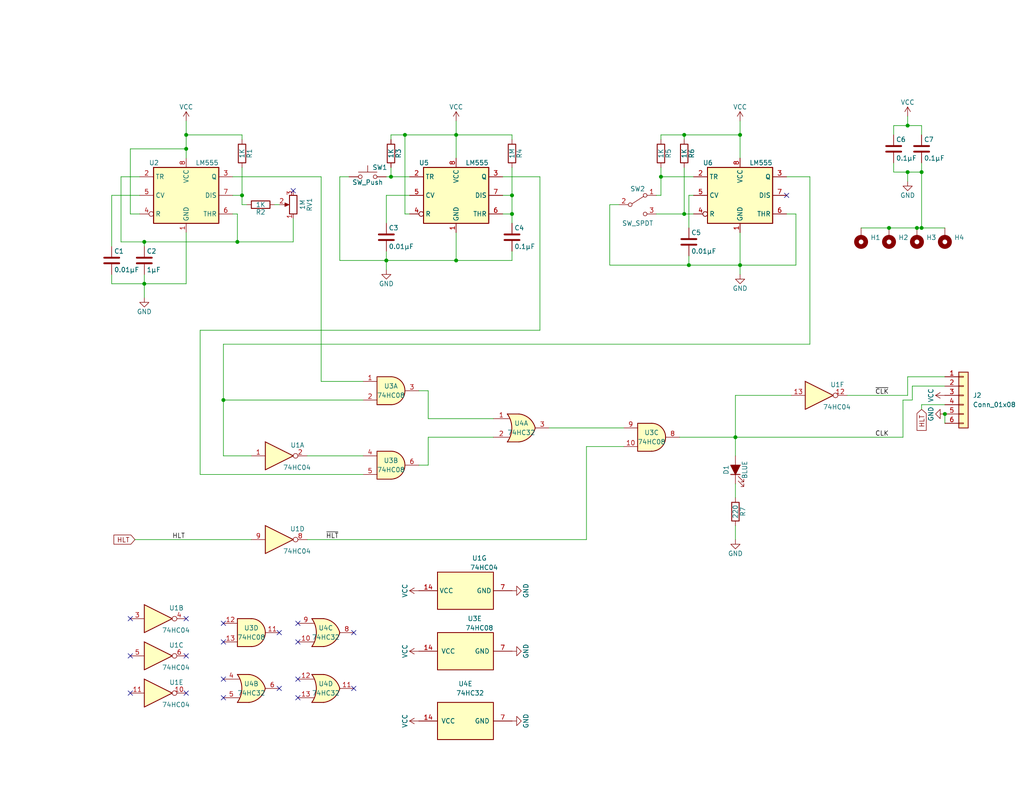
<source format=kicad_sch>
(kicad_sch (version 20211123) (generator eeschema)
  (paper "USLetter")
  (lib_symbols
    (symbol "74xx:74LS04"
      (property "Reference" "U" (at 0 1.27 0))
      (property "Value" "74LS04" (at 0 -1.27 0))
      (symbol "74LS04_1_0"
        (polyline (pts (xy -3.81 3.81) (xy -3.81 -3.81) (xy 3.81 0) (xy -3.81 3.81)) (stroke (width 0.254)) (fill (type background)))
        (pin input line (at -7.62 0 0) (length 3.81) (name "~") (number "1"))
        (pin output inverted (at 7.62 0 180) (length 3.81) (name "~") (number "2"))
      )
      (symbol "74LS04_2_0"
        (polyline (pts (xy -3.81 3.81) (xy -3.81 -3.81) (xy 3.81 0) (xy -3.81 3.81)) (stroke (width 0.254)) (fill (type background)))
        (pin input line (at -7.62 0 0) (length 3.81) (name "~") (number "3"))
        (pin output inverted (at 7.62 0 180) (length 3.81) (name "~") (number "4"))
      )
      (symbol "74LS04_3_0"
        (polyline (pts (xy -3.81 3.81) (xy -3.81 -3.81) (xy 3.81 0) (xy -3.81 3.81)) (stroke (width 0.254)) (fill (type background)))
        (pin input line (at -7.62 0 0) (length 3.81) (name "~") (number "5"))
        (pin output inverted (at 7.62 0 180) (length 3.81) (name "~") (number "6"))
      )
      (symbol "74LS04_4_0"
        (polyline (pts (xy -3.81 3.81) (xy -3.81 -3.81) (xy 3.81 0) (xy -3.81 3.81)) (stroke (width 0.254)) (fill (type background)))
        (pin output inverted (at 7.62 0 180) (length 3.81) (name "~") (number "8"))
        (pin input line (at -7.62 0 0) (length 3.81) (name "~") (number "9"))
      )
      (symbol "74LS04_5_0"
        (polyline (pts (xy -3.81 3.81) (xy -3.81 -3.81) (xy 3.81 0) (xy -3.81 3.81)) (stroke (width 0.254)) (fill (type background)))
        (pin output inverted (at 7.62 0 180) (length 3.81) (name "~") (number "10"))
        (pin input line (at -7.62 0 0) (length 3.81) (name "~") (number "11"))
      )
      (symbol "74LS04_6_0"
        (polyline (pts (xy -3.81 3.81) (xy -3.81 -3.81) (xy 3.81 0) (xy -3.81 3.81)) (stroke (width 0.254)) (fill (type background)))
        (pin output inverted (at 7.62 0 180) (length 3.81) (name "~") (number "12"))
        (pin input line (at -7.62 0 0) (length 3.81) (name "~") (number "13"))
      )
      (symbol "74LS04_7_0"
        (pin power_in line (at 0 12.7 270) (length 5.08) (name "VCC") (number "14"))
        (pin power_in line (at 0 -12.7 90) (length 5.08) (name "GND") (number "7"))
      )
      (symbol "74LS04_7_1"
        (rectangle (start -5.08 7.62) (end 5.08 -7.62) (stroke (width 0.254)) (fill (type background)))
      )
    )
    (symbol "74xx:74LS08" (pin_names (offset 1.016))
      (property "Reference" "U" (at 0 1.27 0))
      (property "Value" "74LS08" (at 0 -1.27 0))
      (symbol "74LS08_1_1"
        (arc (start 0 -3.81) (mid 3.81 0) (end 0 3.81) (stroke (width 0.254)) (fill (type background)))
        (polyline (pts (xy 0 3.81) (xy -3.81 3.81) (xy -3.81 -3.81) (xy 0 -3.81)) (stroke (width 0.254)) (fill (type background)))
        (pin input line (at -7.62 2.54 0) (length 3.81) (name "~") (number "1"))
        (pin input line (at -7.62 -2.54 0) (length 3.81) (name "~") (number "2"))
        (pin output line (at 7.62 0 180) (length 3.81) (name "~") (number "3"))
      )
      (symbol "74LS08_1_2"
        (arc (start -3.81 -3.81) (mid -2.589 0) (end -3.81 3.81) (stroke (width 0.254)))
        (arc (start -0.6096 -3.81) (mid 2.1842 -2.5851) (end 3.81 0) (stroke (width 0.254)) (fill (type background)))
        (polyline (pts (xy -3.81 -3.81) (xy -0.635 -3.81)) (stroke (width 0.254)) (fill (type background)))
        (polyline (pts (xy -3.81 3.81) (xy -0.635 3.81)) (stroke (width 0.254)) (fill (type background)))
        (polyline (pts (xy -0.635 3.81) (xy -3.81 3.81) (xy -3.81 3.81) (xy -3.556 3.4036) (xy -3.0226 2.2606) (xy -2.6924 1.0414) (xy -2.6162 -0.254) (xy -2.7686 -1.4986) (xy -3.175 -2.7178) (xy -3.81 -3.81) (xy -3.81 -3.81) (xy -0.635 -3.81)) (stroke (width -25.4)) (fill (type background)))
        (arc (start 3.81 0) (mid 2.1915 2.5936) (end -0.6096 3.81) (stroke (width 0.254)) (fill (type background)))
        (pin input inverted (at -7.62 2.54 0) (length 4.318) (name "~") (number "1"))
        (pin input inverted (at -7.62 -2.54 0) (length 4.318) (name "~") (number "2"))
        (pin output inverted (at 7.62 0 180) (length 3.81) (name "~") (number "3"))
      )
      (symbol "74LS08_2_1"
        (arc (start 0 -3.81) (mid 3.81 0) (end 0 3.81) (stroke (width 0.254)) (fill (type background)))
        (polyline (pts (xy 0 3.81) (xy -3.81 3.81) (xy -3.81 -3.81) (xy 0 -3.81)) (stroke (width 0.254)) (fill (type background)))
        (pin input line (at -7.62 2.54 0) (length 3.81) (name "~") (number "4"))
        (pin input line (at -7.62 -2.54 0) (length 3.81) (name "~") (number "5"))
        (pin output line (at 7.62 0 180) (length 3.81) (name "~") (number "6"))
      )
      (symbol "74LS08_2_2"
        (arc (start -3.81 -3.81) (mid -2.589 0) (end -3.81 3.81) (stroke (width 0.254)))
        (arc (start -0.6096 -3.81) (mid 2.1842 -2.5851) (end 3.81 0) (stroke (width 0.254)) (fill (type background)))
        (polyline (pts (xy -3.81 -3.81) (xy -0.635 -3.81)) (stroke (width 0.254)) (fill (type background)))
        (polyline (pts (xy -3.81 3.81) (xy -0.635 3.81)) (stroke (width 0.254)) (fill (type background)))
        (polyline (pts (xy -0.635 3.81) (xy -3.81 3.81) (xy -3.81 3.81) (xy -3.556 3.4036) (xy -3.0226 2.2606) (xy -2.6924 1.0414) (xy -2.6162 -0.254) (xy -2.7686 -1.4986) (xy -3.175 -2.7178) (xy -3.81 -3.81) (xy -3.81 -3.81) (xy -0.635 -3.81)) (stroke (width -25.4)) (fill (type background)))
        (arc (start 3.81 0) (mid 2.1915 2.5936) (end -0.6096 3.81) (stroke (width 0.254)) (fill (type background)))
        (pin input inverted (at -7.62 2.54 0) (length 4.318) (name "~") (number "4"))
        (pin input inverted (at -7.62 -2.54 0) (length 4.318) (name "~") (number "5"))
        (pin output inverted (at 7.62 0 180) (length 3.81) (name "~") (number "6"))
      )
      (symbol "74LS08_3_1"
        (arc (start 0 -3.81) (mid 3.81 0) (end 0 3.81) (stroke (width 0.254)) (fill (type background)))
        (polyline (pts (xy 0 3.81) (xy -3.81 3.81) (xy -3.81 -3.81) (xy 0 -3.81)) (stroke (width 0.254)) (fill (type background)))
        (pin input line (at -7.62 -2.54 0) (length 3.81) (name "~") (number "10"))
        (pin output line (at 7.62 0 180) (length 3.81) (name "~") (number "8"))
        (pin input line (at -7.62 2.54 0) (length 3.81) (name "~") (number "9"))
      )
      (symbol "74LS08_3_2"
        (arc (start -3.81 -3.81) (mid -2.589 0) (end -3.81 3.81) (stroke (width 0.254)))
        (arc (start -0.6096 -3.81) (mid 2.1842 -2.5851) (end 3.81 0) (stroke (width 0.254)) (fill (type background)))
        (polyline (pts (xy -3.81 -3.81) (xy -0.635 -3.81)) (stroke (width 0.254)) (fill (type background)))
        (polyline (pts (xy -3.81 3.81) (xy -0.635 3.81)) (stroke (width 0.254)) (fill (type background)))
        (polyline (pts (xy -0.635 3.81) (xy -3.81 3.81) (xy -3.81 3.81) (xy -3.556 3.4036) (xy -3.0226 2.2606) (xy -2.6924 1.0414) (xy -2.6162 -0.254) (xy -2.7686 -1.4986) (xy -3.175 -2.7178) (xy -3.81 -3.81) (xy -3.81 -3.81) (xy -0.635 -3.81)) (stroke (width -25.4)) (fill (type background)))
        (arc (start 3.81 0) (mid 2.1915 2.5936) (end -0.6096 3.81) (stroke (width 0.254)) (fill (type background)))
        (pin input inverted (at -7.62 -2.54 0) (length 4.318) (name "~") (number "10"))
        (pin output inverted (at 7.62 0 180) (length 3.81) (name "~") (number "8"))
        (pin input inverted (at -7.62 2.54 0) (length 4.318) (name "~") (number "9"))
      )
      (symbol "74LS08_4_1"
        (arc (start 0 -3.81) (mid 3.81 0) (end 0 3.81) (stroke (width 0.254)) (fill (type background)))
        (polyline (pts (xy 0 3.81) (xy -3.81 3.81) (xy -3.81 -3.81) (xy 0 -3.81)) (stroke (width 0.254)) (fill (type background)))
        (pin output line (at 7.62 0 180) (length 3.81) (name "~") (number "11"))
        (pin input line (at -7.62 2.54 0) (length 3.81) (name "~") (number "12"))
        (pin input line (at -7.62 -2.54 0) (length 3.81) (name "~") (number "13"))
      )
      (symbol "74LS08_4_2"
        (arc (start -3.81 -3.81) (mid -2.589 0) (end -3.81 3.81) (stroke (width 0.254)))
        (arc (start -0.6096 -3.81) (mid 2.1842 -2.5851) (end 3.81 0) (stroke (width 0.254)) (fill (type background)))
        (polyline (pts (xy -3.81 -3.81) (xy -0.635 -3.81)) (stroke (width 0.254)) (fill (type background)))
        (polyline (pts (xy -3.81 3.81) (xy -0.635 3.81)) (stroke (width 0.254)) (fill (type background)))
        (polyline (pts (xy -0.635 3.81) (xy -3.81 3.81) (xy -3.81 3.81) (xy -3.556 3.4036) (xy -3.0226 2.2606) (xy -2.6924 1.0414) (xy -2.6162 -0.254) (xy -2.7686 -1.4986) (xy -3.175 -2.7178) (xy -3.81 -3.81) (xy -3.81 -3.81) (xy -0.635 -3.81)) (stroke (width -25.4)) (fill (type background)))
        (arc (start 3.81 0) (mid 2.1915 2.5936) (end -0.6096 3.81) (stroke (width 0.254)) (fill (type background)))
        (pin output inverted (at 7.62 0 180) (length 3.81) (name "~") (number "11"))
        (pin input inverted (at -7.62 2.54 0) (length 4.318) (name "~") (number "12"))
        (pin input inverted (at -7.62 -2.54 0) (length 4.318) (name "~") (number "13"))
      )
      (symbol "74LS08_5_0"
        (pin power_in line (at 0 12.7 270) (length 5.08) (name "VCC") (number "14"))
        (pin power_in line (at 0 -12.7 90) (length 5.08) (name "GND") (number "7"))
      )
      (symbol "74LS08_5_1"
        (rectangle (start -5.08 7.62) (end 5.08 -7.62) (stroke (width 0.254)) (fill (type background)))
      )
    )
    (symbol "74xx:74LS32" (pin_names (offset 1.016))
      (property "Reference" "U" (at 0 1.27 0))
      (property "Value" "74LS32" (at 0 -1.27 0))
      (symbol "74LS32_1_1"
        (arc (start -3.81 -3.81) (mid -2.589 0) (end -3.81 3.81) (stroke (width 0.254)))
        (arc (start -0.6096 -3.81) (mid 2.1842 -2.5851) (end 3.81 0) (stroke (width 0.254)) (fill (type background)))
        (polyline (pts (xy -3.81 -3.81) (xy -0.635 -3.81)) (stroke (width 0.254)) (fill (type background)))
        (polyline (pts (xy -3.81 3.81) (xy -0.635 3.81)) (stroke (width 0.254)) (fill (type background)))
        (polyline (pts (xy -0.635 3.81) (xy -3.81 3.81) (xy -3.81 3.81) (xy -3.556 3.4036) (xy -3.0226 2.2606) (xy -2.6924 1.0414) (xy -2.6162 -0.254) (xy -2.7686 -1.4986) (xy -3.175 -2.7178) (xy -3.81 -3.81) (xy -3.81 -3.81) (xy -0.635 -3.81)) (stroke (width -25.4)) (fill (type background)))
        (arc (start 3.81 0) (mid 2.1915 2.5936) (end -0.6096 3.81) (stroke (width 0.254)) (fill (type background)))
        (pin input line (at -7.62 2.54 0) (length 4.318) (name "~") (number "1"))
        (pin input line (at -7.62 -2.54 0) (length 4.318) (name "~") (number "2"))
        (pin output line (at 7.62 0 180) (length 3.81) (name "~") (number "3"))
      )
      (symbol "74LS32_1_2"
        (arc (start 0 -3.81) (mid 3.81 0) (end 0 3.81) (stroke (width 0.254)) (fill (type background)))
        (polyline (pts (xy 0 3.81) (xy -3.81 3.81) (xy -3.81 -3.81) (xy 0 -3.81)) (stroke (width 0.254)) (fill (type background)))
        (pin input inverted (at -7.62 2.54 0) (length 3.81) (name "~") (number "1"))
        (pin input inverted (at -7.62 -2.54 0) (length 3.81) (name "~") (number "2"))
        (pin output inverted (at 7.62 0 180) (length 3.81) (name "~") (number "3"))
      )
      (symbol "74LS32_2_1"
        (arc (start -3.81 -3.81) (mid -2.589 0) (end -3.81 3.81) (stroke (width 0.254)))
        (arc (start -0.6096 -3.81) (mid 2.1842 -2.5851) (end 3.81 0) (stroke (width 0.254)) (fill (type background)))
        (polyline (pts (xy -3.81 -3.81) (xy -0.635 -3.81)) (stroke (width 0.254)) (fill (type background)))
        (polyline (pts (xy -3.81 3.81) (xy -0.635 3.81)) (stroke (width 0.254)) (fill (type background)))
        (polyline (pts (xy -0.635 3.81) (xy -3.81 3.81) (xy -3.81 3.81) (xy -3.556 3.4036) (xy -3.0226 2.2606) (xy -2.6924 1.0414) (xy -2.6162 -0.254) (xy -2.7686 -1.4986) (xy -3.175 -2.7178) (xy -3.81 -3.81) (xy -3.81 -3.81) (xy -0.635 -3.81)) (stroke (width -25.4)) (fill (type background)))
        (arc (start 3.81 0) (mid 2.1915 2.5936) (end -0.6096 3.81) (stroke (width 0.254)) (fill (type background)))
        (pin input line (at -7.62 2.54 0) (length 4.318) (name "~") (number "4"))
        (pin input line (at -7.62 -2.54 0) (length 4.318) (name "~") (number "5"))
        (pin output line (at 7.62 0 180) (length 3.81) (name "~") (number "6"))
      )
      (symbol "74LS32_2_2"
        (arc (start 0 -3.81) (mid 3.81 0) (end 0 3.81) (stroke (width 0.254)) (fill (type background)))
        (polyline (pts (xy 0 3.81) (xy -3.81 3.81) (xy -3.81 -3.81) (xy 0 -3.81)) (stroke (width 0.254)) (fill (type background)))
        (pin input inverted (at -7.62 2.54 0) (length 3.81) (name "~") (number "4"))
        (pin input inverted (at -7.62 -2.54 0) (length 3.81) (name "~") (number "5"))
        (pin output inverted (at 7.62 0 180) (length 3.81) (name "~") (number "6"))
      )
      (symbol "74LS32_3_1"
        (arc (start -3.81 -3.81) (mid -2.589 0) (end -3.81 3.81) (stroke (width 0.254)))
        (arc (start -0.6096 -3.81) (mid 2.1842 -2.5851) (end 3.81 0) (stroke (width 0.254)) (fill (type background)))
        (polyline (pts (xy -3.81 -3.81) (xy -0.635 -3.81)) (stroke (width 0.254)) (fill (type background)))
        (polyline (pts (xy -3.81 3.81) (xy -0.635 3.81)) (stroke (width 0.254)) (fill (type background)))
        (polyline (pts (xy -0.635 3.81) (xy -3.81 3.81) (xy -3.81 3.81) (xy -3.556 3.4036) (xy -3.0226 2.2606) (xy -2.6924 1.0414) (xy -2.6162 -0.254) (xy -2.7686 -1.4986) (xy -3.175 -2.7178) (xy -3.81 -3.81) (xy -3.81 -3.81) (xy -0.635 -3.81)) (stroke (width -25.4)) (fill (type background)))
        (arc (start 3.81 0) (mid 2.1915 2.5936) (end -0.6096 3.81) (stroke (width 0.254)) (fill (type background)))
        (pin input line (at -7.62 -2.54 0) (length 4.318) (name "~") (number "10"))
        (pin output line (at 7.62 0 180) (length 3.81) (name "~") (number "8"))
        (pin input line (at -7.62 2.54 0) (length 4.318) (name "~") (number "9"))
      )
      (symbol "74LS32_3_2"
        (arc (start 0 -3.81) (mid 3.81 0) (end 0 3.81) (stroke (width 0.254)) (fill (type background)))
        (polyline (pts (xy 0 3.81) (xy -3.81 3.81) (xy -3.81 -3.81) (xy 0 -3.81)) (stroke (width 0.254)) (fill (type background)))
        (pin input inverted (at -7.62 -2.54 0) (length 3.81) (name "~") (number "10"))
        (pin output inverted (at 7.62 0 180) (length 3.81) (name "~") (number "8"))
        (pin input inverted (at -7.62 2.54 0) (length 3.81) (name "~") (number "9"))
      )
      (symbol "74LS32_4_1"
        (arc (start -3.81 -3.81) (mid -2.589 0) (end -3.81 3.81) (stroke (width 0.254)))
        (arc (start -0.6096 -3.81) (mid 2.1842 -2.5851) (end 3.81 0) (stroke (width 0.254)) (fill (type background)))
        (polyline (pts (xy -3.81 -3.81) (xy -0.635 -3.81)) (stroke (width 0.254)) (fill (type background)))
        (polyline (pts (xy -3.81 3.81) (xy -0.635 3.81)) (stroke (width 0.254)) (fill (type background)))
        (polyline (pts (xy -0.635 3.81) (xy -3.81 3.81) (xy -3.81 3.81) (xy -3.556 3.4036) (xy -3.0226 2.2606) (xy -2.6924 1.0414) (xy -2.6162 -0.254) (xy -2.7686 -1.4986) (xy -3.175 -2.7178) (xy -3.81 -3.81) (xy -3.81 -3.81) (xy -0.635 -3.81)) (stroke (width -25.4)) (fill (type background)))
        (arc (start 3.81 0) (mid 2.1915 2.5936) (end -0.6096 3.81) (stroke (width 0.254)) (fill (type background)))
        (pin output line (at 7.62 0 180) (length 3.81) (name "~") (number "11"))
        (pin input line (at -7.62 2.54 0) (length 4.318) (name "~") (number "12"))
        (pin input line (at -7.62 -2.54 0) (length 4.318) (name "~") (number "13"))
      )
      (symbol "74LS32_4_2"
        (arc (start 0 -3.81) (mid 3.81 0) (end 0 3.81) (stroke (width 0.254)) (fill (type background)))
        (polyline (pts (xy 0 3.81) (xy -3.81 3.81) (xy -3.81 -3.81) (xy 0 -3.81)) (stroke (width 0.254)) (fill (type background)))
        (pin output inverted (at 7.62 0 180) (length 3.81) (name "~") (number "11"))
        (pin input inverted (at -7.62 2.54 0) (length 3.81) (name "~") (number "12"))
        (pin input inverted (at -7.62 -2.54 0) (length 3.81) (name "~") (number "13"))
      )
      (symbol "74LS32_5_0"
        (pin power_in line (at 0 12.7 270) (length 5.08) (name "VCC") (number "14"))
        (pin power_in line (at 0 -12.7 90) (length 5.08) (name "GND") (number "7"))
      )
      (symbol "74LS32_5_1"
        (rectangle (start -5.08 7.62) (end 5.08 -7.62) (stroke (width 0.254)) (fill (type background)))
      )
    )
    (symbol "Connector_Generic:Conn_01x06" (pin_names (offset 1.016) hide)
      (property "Reference" "J" (at 0 7.62 0))
      (property "Value" "Conn_01x06" (at 0 -10.16 0))
      (symbol "Conn_01x06_1_1"
        (rectangle (start -1.27 -7.493) (end 0 -7.747) (stroke (width 0.1524)))
        (rectangle (start -1.27 -4.953) (end 0 -5.207) (stroke (width 0.1524)))
        (rectangle (start -1.27 -2.413) (end 0 -2.667) (stroke (width 0.1524)))
        (rectangle (start -1.27 0.127) (end 0 -0.127) (stroke (width 0.1524)))
        (rectangle (start -1.27 2.667) (end 0 2.413) (stroke (width 0.1524)))
        (rectangle (start -1.27 5.207) (end 0 4.953) (stroke (width 0.1524)))
        (rectangle (start -1.27 6.35) (end 1.27 -8.89) (stroke (width 0.254)) (fill (type background)))
        (pin passive line (at -5.08 5.08 0) (length 3.81) (name "Pin_1") (number "1"))
        (pin passive line (at -5.08 2.54 0) (length 3.81) (name "Pin_2") (number "2"))
        (pin passive line (at -5.08 0 0) (length 3.81) (name "Pin_3") (number "3"))
        (pin passive line (at -5.08 -2.54 0) (length 3.81) (name "Pin_4") (number "4"))
        (pin passive line (at -5.08 -5.08 0) (length 3.81) (name "Pin_5") (number "5"))
        (pin passive line (at -5.08 -7.62 0) (length 3.81) (name "Pin_6") (number "6"))
      )
    )
    (symbol "Device:C" (pin_numbers hide) (pin_names (offset 0.254))
      (property "Reference" "C" (at 0.635 2.54 0))
      (property "Value" "C" (at 0.635 -2.54 0))
      (symbol "C_0_1"
        (polyline (pts (xy -2.032 -0.762) (xy 2.032 -0.762)) (stroke (width 0.508)))
        (polyline (pts (xy -2.032 0.762) (xy 2.032 0.762)) (stroke (width 0.508)))
      )
      (symbol "C_1_1"
        (pin passive line (at 0 3.81 270) (length 2.794) (name "~") (number "1"))
        (pin passive line (at 0 -3.81 90) (length 2.794) (name "~") (number "2"))
      )
    )
    (symbol "Device:R" (pin_numbers hide) (pin_names (offset 0))
      (property "Reference" "R" (at 2.032 0 90))
      (property "Value" "R" (at 0 0 90))
      (symbol "R_0_1"
        (rectangle (start -1.016 -2.54) (end 1.016 2.54) (stroke (width 0.254)))
      )
      (symbol "R_1_1"
        (pin passive line (at 0 3.81 270) (length 1.27) (name "~") (number "1"))
        (pin passive line (at 0 -3.81 90) (length 1.27) (name "~") (number "2"))
      )
    )
    (symbol "Mechanical:MountingHole_Pad" (pin_numbers hide) (pin_names (offset 1.016) hide)
      (property "Reference" "H" (at 0 6.35 0))
      (property "Value" "MountingHole_Pad" (at 0 4.445 0))
      (symbol "MountingHole_Pad_0_1"
        (circle (center 0 1.27) (radius 1.27) (stroke (width 1.27)))
      )
      (symbol "MountingHole_Pad_1_1"
        (pin input line (at 0 -2.54 90) (length 2.54) (name "1") (number "1"))
      )
    )
    (symbol "Switch:SW_Push" (pin_numbers hide) (pin_names (offset 1.016) hide)
      (property "Reference" "SW" (at 1.27 2.54 0))
      (property "Value" "SW_Push" (at 0 -1.524 0))
      (symbol "SW_Push_0_1"
        (circle (center -2.032 0) (radius 0.508))
        (polyline (pts (xy 0 1.27) (xy 0 3.048)))
        (polyline (pts (xy 2.54 1.27) (xy -2.54 1.27)))
        (circle (center 2.032 0) (radius 0.508))
        (pin passive line (at -5.08 0 0) (length 2.54) (name "1") (number "1"))
        (pin passive line (at 5.08 0 180) (length 2.54) (name "2") (number "2"))
      )
    )
    (symbol "Switch:SW_SPDT" (pin_names (offset 0) hide)
      (property "Reference" "SW" (at 0 4.318 0))
      (property "Value" "SW_SPDT" (at 0 -5.08 0))
      (symbol "SW_SPDT_0_0"
        (circle (center -2.032 0) (radius 0.508))
        (circle (center 2.032 -2.54) (radius 0.508))
      )
      (symbol "SW_SPDT_0_1"
        (polyline (pts (xy -1.524 0.254) (xy 1.651 2.286)))
        (circle (center 2.032 2.54) (radius 0.508))
      )
      (symbol "SW_SPDT_1_1"
        (pin passive line (at 5.08 2.54 180) (length 2.54) (name "A") (number "1"))
        (pin passive line (at -5.08 0 0) (length 2.54) (name "B") (number "2"))
        (pin passive line (at 5.08 -2.54 180) (length 2.54) (name "C") (number "3"))
      )
    )
    (symbol "Timer:LM555xN"
      (property "Reference" "U" (at -10.16 8.89 0))
      (property "Value" "LM555xN" (at 2.54 8.89 0))
      (symbol "LM555xN_0_0"
        (pin power_in line (at 0 -10.16 90) (length 2.54) (name "GND") (number "1"))
        (pin power_in line (at 0 10.16 270) (length 2.54) (name "VCC") (number "8"))
      )
      (symbol "LM555xN_0_1"
        (rectangle (start -8.89 -7.62) (end 8.89 7.62) (stroke (width 0.254)) (fill (type background)))
        (rectangle (start -8.89 -7.62) (end 8.89 7.62) (stroke (width 0.254)) (fill (type background)))
      )
      (symbol "LM555xN_1_1"
        (pin input line (at -12.7 5.08 0) (length 3.81) (name "TR") (number "2"))
        (pin output line (at 12.7 5.08 180) (length 3.81) (name "Q") (number "3"))
        (pin input inverted (at -12.7 -5.08 0) (length 3.81) (name "R") (number "4"))
        (pin input line (at -12.7 0 0) (length 3.81) (name "CV") (number "5"))
        (pin input line (at 12.7 -5.08 180) (length 3.81) (name "THR") (number "6"))
        (pin input line (at 12.7 0 180) (length 3.81) (name "DIS") (number "7"))
      )
    )
    (symbol "clock-rescue:LED_ALT-Device" (pin_numbers hide) (pin_names (offset 1.016) hide)
      (property "Reference" "D" (at 0 2.54 0))
      (property "Value" "LED_ALT-Device" (at 0 -2.54 0))
      (symbol "LED_ALT-Device_0_1"
        (polyline (pts (xy -1.27 -1.27) (xy -1.27 1.27)) (stroke (width 0.254)))
        (polyline (pts (xy -1.27 0) (xy 1.27 0)))
        (polyline (pts (xy 1.27 -1.27) (xy 1.27 1.27) (xy -1.27 0) (xy 1.27 -1.27)) (stroke (width 0.254)) (fill (type outline)))
        (polyline (pts (xy -3.048 -0.762) (xy -4.572 -2.286) (xy -3.81 -2.286) (xy -4.572 -2.286) (xy -4.572 -1.524)))
        (polyline (pts (xy -1.778 -0.762) (xy -3.302 -2.286) (xy -2.54 -2.286) (xy -3.302 -2.286) (xy -3.302 -1.524)))
      )
      (symbol "LED_ALT-Device_1_1"
        (pin passive line (at -3.81 0 0) (length 2.54) (name "K") (number "1"))
        (pin passive line (at 3.81 0 180) (length 2.54) (name "A") (number "2"))
      )
    )
    (symbol "clock-rescue:R_POT-Device" (pin_names (offset 1.016) hide)
      (property "Reference" "RV" (at -4.445 0 90))
      (property "Value" "R_POT-Device" (at -2.54 0 90))
      (symbol "R_POT-Device_0_1"
        (polyline (pts (xy 2.54 0) (xy 1.524 0)))
        (polyline (pts (xy 1.143 0) (xy 2.286 0.508) (xy 2.286 -0.508) (xy 1.143 0)) (fill (type outline)))
        (rectangle (start 1.016 2.54) (end -1.016 -2.54) (stroke (width 0.254)))
      )
      (symbol "R_POT-Device_1_1"
        (pin passive line (at 0 3.81 270) (length 1.27) (name "1") (number "1"))
        (pin passive line (at 3.81 0 180) (length 1.27) (name "2") (number "2"))
        (pin passive line (at 0 -3.81 90) (length 1.27) (name "3") (number "3"))
      )
    )
    (symbol "power:GND" (power) (pin_names (offset 0))
      (property "Value" "GND" (at 0 -3.81 0))
      (symbol "GND_0_1"
        (polyline (pts (xy 0 0) (xy 0 -1.27) (xy 1.27 -1.27) (xy 0 -2.54) (xy -1.27 -1.27) (xy 0 -1.27)))
      )
      (symbol "GND_1_1"
        (pin power_in line (at 0 0 270) (length 0) hide (name "GND") (number "1"))
      )
    )
    (symbol "power:VCC" (power) (pin_names (offset 0))
      (property "Value" "VCC" (at 0 3.81 0))
      (symbol "VCC_0_1"
        (polyline (pts (xy -0.762 1.27) (xy 0 2.54)))
        (polyline (pts (xy 0 0) (xy 0 2.54)))
        (polyline (pts (xy 0 2.54) (xy 0.762 1.27)))
      )
      (symbol "VCC_1_1"
        (pin power_in line (at 0 0 90) (length 0) hide (name "VCC") (number "1"))
      )
    )
  )
  (junction (at 201.93 72.39))
  (junction (at 139.7 58.42))
  (junction (at 251.46 62.23))
  (junction (at 250.19 62.23))
  (junction (at 200.66 119.38))
  (junction (at 257.81 113.03))
  (junction (at 139.7 53.34))
  (junction (at 66.04 53.34))
  (junction (at 64.77 66.04))
  (junction (at 106.68 48.26))
  (junction (at 124.46 71.12))
  (junction (at 110.49 36.83))
  (junction (at 251.46 46.99))
  (junction (at 187.96 72.39))
  (junction (at 247.65 46.99))
  (junction (at 186.69 36.83))
  (junction (at 180.34 48.26))
  (junction (at 124.46 36.83))
  (junction (at 50.8 36.83))
  (junction (at 201.93 36.83))
  (junction (at 60.96 109.22))
  (junction (at 39.37 66.04))
  (junction (at 247.65 34.29))
  (junction (at 105.41 71.12))
  (junction (at 242.57 62.23))
  (junction (at 39.37 77.47))
  (junction (at 186.69 58.42))
  (junction (at 50.8 40.64))
  (no_connect (at 96.52 172.72))
  (no_connect (at 50.8 189.23))
  (no_connect (at 60.96 190.5))
  (no_connect (at 60.96 185.42))
  (no_connect (at 80.01 52.07))
  (no_connect (at 81.28 170.18))
  (no_connect (at 76.2 187.96))
  (no_connect (at 214.63 53.34))
  (no_connect (at 35.56 179.07))
  (no_connect (at 50.8 179.07))
  (no_connect (at 60.96 170.18))
  (no_connect (at 35.56 189.23))
  (no_connect (at 81.28 190.5))
  (no_connect (at 81.28 185.42))
  (no_connect (at 50.8 168.91))
  (no_connect (at 96.52 187.96))
  (no_connect (at 35.56 168.91))
  (no_connect (at 60.96 175.26))
  (no_connect (at 76.2 172.72))
  (no_connect (at 81.28 175.26))
  (wire (pts (xy 220.98 93.98) (xy 220.98 48.26)))
  (wire (pts (xy 180.34 36.83) (xy 186.69 36.83)))
  (wire (pts (xy 247.65 107.95) (xy 247.65 102.87)))
  (wire (pts (xy 180.34 48.26) (xy 180.34 53.34)))
  (wire (pts (xy 116.84 119.38) (xy 116.84 127)))
  (wire (pts (xy 30.48 77.47) (xy 39.37 77.47)))
  (wire (pts (xy 30.48 53.34) (xy 30.48 67.31)))
  (wire (pts (xy 200.66 107.95) (xy 200.66 119.38)))
  (wire (pts (xy 257.81 113.03) (xy 257.81 115.57)))
  (wire (pts (xy 186.69 36.83) (xy 201.93 36.83)))
  (wire (pts (xy 243.84 34.29) (xy 247.65 34.29)))
  (wire (pts (xy 251.46 62.23) (xy 257.81 62.23)))
  (wire (pts (xy 251.46 111.76) (xy 251.46 110.49)))
  (wire (pts (xy 106.68 48.26) (xy 111.76 48.26)))
  (wire (pts (xy 80.01 66.04) (xy 80.01 59.69)))
  (wire (pts (xy 201.93 72.39) (xy 217.17 72.39)))
  (wire (pts (xy 63.5 48.26) (xy 87.63 48.26)))
  (wire (pts (xy 110.49 58.42) (xy 110.49 36.83)))
  (wire (pts (xy 92.71 48.26) (xy 92.71 71.12)))
  (wire (pts (xy 139.7 53.34) (xy 139.7 58.42)))
  (wire (pts (xy 180.34 48.26) (xy 189.23 48.26)))
  (wire (pts (xy 38.1 48.26) (xy 33.02 48.26)))
  (wire (pts (xy 50.8 77.47) (xy 50.8 63.5)))
  (wire (pts (xy 35.56 40.64) (xy 50.8 40.64)))
  (wire (pts (xy 95.25 48.26) (xy 92.71 48.26)))
  (wire (pts (xy 246.38 109.22) (xy 248.92 109.22)))
  (wire (pts (xy 63.5 53.34) (xy 66.04 53.34)))
  (wire (pts (xy 87.63 104.14) (xy 99.06 104.14)))
  (wire (pts (xy 217.17 72.39) (xy 217.17 58.42)))
  (wire (pts (xy 38.1 53.34) (xy 30.48 53.34)))
  (wire (pts (xy 105.41 68.58) (xy 105.41 71.12)))
  (wire (pts (xy 247.65 49.53) (xy 247.65 46.99)))
  (wire (pts (xy 35.56 58.42) (xy 35.56 40.64)))
  (wire (pts (xy 111.76 53.34) (xy 105.41 53.34)))
  (wire (pts (xy 200.66 132.08) (xy 200.66 135.89)))
  (wire (pts (xy 60.96 109.22) (xy 60.96 124.46)))
  (wire (pts (xy 187.96 72.39) (xy 201.93 72.39)))
  (wire (pts (xy 160.02 147.32) (xy 160.02 121.92)))
  (wire (pts (xy 54.61 129.54) (xy 99.06 129.54)))
  (wire (pts (xy 64.77 66.04) (xy 80.01 66.04)))
  (wire (pts (xy 137.16 53.34) (xy 139.7 53.34)))
  (wire (pts (xy 60.96 109.22) (xy 99.06 109.22)))
  (wire (pts (xy 139.7 36.83) (xy 139.7 38.1)))
  (wire (pts (xy 92.71 71.12) (xy 105.41 71.12)))
  (wire (pts (xy 66.04 38.1) (xy 66.04 36.83)))
  (wire (pts (xy 124.46 71.12) (xy 124.46 63.5)))
  (wire (pts (xy 139.7 45.72) (xy 139.7 53.34)))
  (wire (pts (xy 200.66 107.95) (xy 215.9 107.95)))
  (wire (pts (xy 50.8 33.02) (xy 50.8 36.83)))
  (wire (pts (xy 116.84 114.3) (xy 134.62 114.3)))
  (wire (pts (xy 186.69 45.72) (xy 186.69 58.42)))
  (wire (pts (xy 234.95 62.23) (xy 242.57 62.23)))
  (wire (pts (xy 242.57 62.23) (xy 250.19 62.23)))
  (wire (pts (xy 250.19 62.23) (xy 251.46 62.23)))
  (wire (pts (xy 110.49 58.42) (xy 111.76 58.42)))
  (wire (pts (xy 116.84 127) (xy 114.3 127)))
  (wire (pts (xy 124.46 36.83) (xy 124.46 43.18)))
  (wire (pts (xy 180.34 45.72) (xy 180.34 48.26)))
  (wire (pts (xy 38.1 58.42) (xy 35.56 58.42)))
  (wire (pts (xy 137.16 48.26) (xy 147.32 48.26)))
  (wire (pts (xy 201.93 63.5) (xy 201.93 72.39)))
  (wire (pts (xy 248.92 105.41) (xy 257.81 105.41)))
  (wire (pts (xy 106.68 45.72) (xy 106.68 48.26)))
  (wire (pts (xy 247.65 34.29) (xy 251.46 34.29)))
  (wire (pts (xy 147.32 90.17) (xy 54.61 90.17)))
  (wire (pts (xy 106.68 36.83) (xy 106.68 38.1)))
  (wire (pts (xy 83.82 124.46) (xy 99.06 124.46)))
  (wire (pts (xy 251.46 44.45) (xy 251.46 46.99)))
  (wire (pts (xy 66.04 36.83) (xy 50.8 36.83)))
  (wire (pts (xy 243.84 34.29) (xy 243.84 36.83)))
  (wire (pts (xy 189.23 53.34) (xy 187.96 53.34)))
  (wire (pts (xy 66.04 45.72) (xy 66.04 53.34)))
  (wire (pts (xy 64.77 58.42) (xy 63.5 58.42)))
  (wire (pts (xy 83.82 147.32) (xy 160.02 147.32)))
  (wire (pts (xy 39.37 77.47) (xy 39.37 81.28)))
  (wire (pts (xy 74.93 55.88) (xy 76.2 55.88)))
  (wire (pts (xy 247.65 102.87) (xy 257.81 102.87)))
  (wire (pts (xy 217.17 58.42) (xy 214.63 58.42)))
  (wire (pts (xy 149.86 116.84) (xy 170.18 116.84)))
  (wire (pts (xy 139.7 58.42) (xy 137.16 58.42)))
  (wire (pts (xy 36.83 147.32) (xy 68.58 147.32)))
  (wire (pts (xy 110.49 36.83) (xy 124.46 36.83)))
  (wire (pts (xy 243.84 44.45) (xy 243.84 46.99)))
  (wire (pts (xy 247.65 46.99) (xy 251.46 46.99)))
  (wire (pts (xy 251.46 34.29) (xy 251.46 36.83)))
  (wire (pts (xy 231.14 107.95) (xy 247.65 107.95)))
  (wire (pts (xy 66.04 53.34) (xy 66.04 55.88)))
  (wire (pts (xy 179.07 58.42) (xy 186.69 58.42)))
  (wire (pts (xy 160.02 121.92) (xy 170.18 121.92)))
  (wire (pts (xy 246.38 109.22) (xy 246.38 119.38)))
  (wire (pts (xy 243.84 46.99) (xy 247.65 46.99)))
  (wire (pts (xy 180.34 38.1) (xy 180.34 36.83)))
  (wire (pts (xy 251.46 62.23) (xy 251.46 46.99)))
  (wire (pts (xy 66.04 55.88) (xy 67.31 55.88)))
  (wire (pts (xy 139.7 58.42) (xy 139.7 60.96)))
  (wire (pts (xy 247.65 34.29) (xy 247.65 31.75)))
  (wire (pts (xy 186.69 58.42) (xy 189.23 58.42)))
  (wire (pts (xy 30.48 74.93) (xy 30.48 77.47)))
  (wire (pts (xy 187.96 53.34) (xy 187.96 62.23)))
  (wire (pts (xy 147.32 48.26) (xy 147.32 90.17)))
  (wire (pts (xy 251.46 110.49) (xy 257.81 110.49)))
  (wire (pts (xy 180.34 53.34) (xy 179.07 53.34)))
  (wire (pts (xy 60.96 93.98) (xy 220.98 93.98)))
  (wire (pts (xy 39.37 66.04) (xy 39.37 67.31)))
  (wire (pts (xy 220.98 48.26) (xy 214.63 48.26)))
  (wire (pts (xy 105.41 53.34) (xy 105.41 60.96)))
  (wire (pts (xy 201.93 33.02) (xy 201.93 36.83)))
  (wire (pts (xy 166.37 72.39) (xy 187.96 72.39)))
  (wire (pts (xy 105.41 48.26) (xy 106.68 48.26)))
  (wire (pts (xy 248.92 109.22) (xy 248.92 105.41)))
  (wire (pts (xy 187.96 69.85) (xy 187.96 72.39)))
  (wire (pts (xy 124.46 71.12) (xy 139.7 71.12)))
  (wire (pts (xy 201.93 72.39) (xy 201.93 74.93)))
  (wire (pts (xy 54.61 90.17) (xy 54.61 129.54)))
  (wire (pts (xy 116.84 119.38) (xy 134.62 119.38)))
  (wire (pts (xy 33.02 48.26) (xy 33.02 66.04)))
  (wire (pts (xy 105.41 71.12) (xy 124.46 71.12)))
  (wire (pts (xy 124.46 36.83) (xy 139.7 36.83)))
  (wire (pts (xy 39.37 74.93) (xy 39.37 77.47)))
  (wire (pts (xy 200.66 147.32) (xy 200.66 143.51)))
  (wire (pts (xy 139.7 71.12) (xy 139.7 68.58)))
  (wire (pts (xy 201.93 36.83) (xy 201.93 43.18)))
  (wire (pts (xy 64.77 66.04) (xy 64.77 58.42)))
  (wire (pts (xy 185.42 119.38) (xy 200.66 119.38)))
  (wire (pts (xy 186.69 38.1) (xy 186.69 36.83)))
  (wire (pts (xy 60.96 124.46) (xy 68.58 124.46)))
  (wire (pts (xy 200.66 119.38) (xy 246.38 119.38)))
  (wire (pts (xy 200.66 119.38) (xy 200.66 124.46)))
  (wire (pts (xy 60.96 93.98) (xy 60.96 109.22)))
  (wire (pts (xy 50.8 36.83) (xy 50.8 40.64)))
  (wire (pts (xy 33.02 66.04) (xy 39.37 66.04)))
  (wire (pts (xy 106.68 36.83) (xy 110.49 36.83)))
  (wire (pts (xy 168.91 55.88) (xy 166.37 55.88)))
  (wire (pts (xy 114.3 106.68) (xy 116.84 106.68)))
  (wire (pts (xy 50.8 40.64) (xy 50.8 43.18)))
  (wire (pts (xy 166.37 55.88) (xy 166.37 72.39)))
  (wire (pts (xy 116.84 106.68) (xy 116.84 114.3)))
  (wire (pts (xy 87.63 48.26) (xy 87.63 104.14)))
  (wire (pts (xy 124.46 33.02) (xy 124.46 36.83)))
  (wire (pts (xy 39.37 66.04) (xy 64.77 66.04)))
  (wire (pts (xy 105.41 71.12) (xy 105.41 73.66)))
  (wire (pts (xy 39.37 77.47) (xy 50.8 77.47)))
  (label "~{CLK}" (at 238.76 107.95 0))
  (label "CLK" (at 238.76 119.38 0))
  (label "~{HLT}" (at 88.9 147.32 0))
  (label "HLT" (at 46.99 147.32 0))
  (global_label "HLT" (shape input) (at 36.83 147.32 180) (property "Intersheet References" "${INTERSHEET_REFS}" (effects hide)))
  (global_label "HLT" (shape input) (at 251.46 111.76 270) (property "Intersheet References" "${INTERSHEET_REFS}" (effects hide)))
  (symbol (lib_id "Timer:LM555xN") (at 50.8 53.34 0) (unit 1)
    (property "Reference" "U2" (at 40.64 44.45 0) (effects (justify left)))
    (property "Value" "LM555" (at 53.34 44.45 0) (effects (justify left)))
    (property "Footprint" "Package_SO:SO-8_3.9x4.9mm_P1.27mm" (effects hide))
  )
  (symbol (lib_id "Device:R") (at 66.04 41.91 0) (unit 1)
    (property "Reference" "R1" (at 68.072 41.91 90))
    (property "Value" "1K" (at 66.04 41.91 90))
    (property "Footprint" "Resistor_SMD:R_0805_2012Metric" (effects hide))
  )
  (symbol (lib_id "Device:R") (at 106.68 41.91 0) (unit 1)
    (property "Reference" "R3" (at 108.712 41.91 90))
    (property "Value" "1K" (at 106.68 41.91 90))
    (property "Footprint" "Resistor_SMD:R_0805_2012Metric" (effects hide))
  )
  (symbol (lib_id "Device:R") (at 186.69 41.91 0) (unit 1)
    (property "Reference" "R6" (at 188.722 41.91 90))
    (property "Value" "1K" (at 186.69 41.91 90))
    (property "Footprint" "Resistor_SMD:R_0805_2012Metric" (effects hide))
  )
  (symbol (lib_id "Device:R") (at 180.34 41.91 0) (unit 1)
    (property "Reference" "R5" (at 182.372 41.91 90))
    (property "Value" "1K" (at 180.34 41.91 90))
    (property "Footprint" "Resistor_SMD:R_0805_2012Metric" (effects hide))
  )
  (symbol (lib_id "Device:R") (at 139.7 41.91 0) (unit 1)
    (property "Reference" "R4" (at 141.732 41.91 90))
    (property "Value" "1M" (at 139.7 41.91 90))
    (property "Footprint" "Resistor_SMD:R_0805_2012Metric" (effects hide))
  )
  (symbol (lib_id "clock-rescue:R_POT-Device") (at 80.01 55.88 180) (unit 1)
    (property "Reference" "RV1" (at 84.455 55.88 90))
    (property "Value" "1M" (at 82.55 55.88 90))
    (property "Footprint" "Potentiometer_THT:Potentiometer_ACP_CA9-V10_Vertical" (effects hide))
  )
  (symbol (lib_id "Device:C") (at 30.48 71.12 0) (unit 1)
    (property "Reference" "C1" (at 31.115 68.58 0) (effects (justify left)))
    (property "Value" "0.01µF" (at 31.115 73.66 0) (effects (justify left)))
    (property "Footprint" "Capacitor_SMD:C_0805_2012Metric" (effects hide))
  )
  (symbol (lib_id "Device:C") (at 105.41 64.77 0) (unit 1)
    (property "Reference" "C3" (at 106.045 62.23 0) (effects (justify left)))
    (property "Value" "0.01µF" (at 106.045 67.31 0) (effects (justify left)))
    (property "Footprint" "Capacitor_SMD:C_0805_2012Metric" (effects hide))
  )
  (symbol (lib_id "Device:C") (at 187.96 66.04 0) (unit 1)
    (property "Reference" "C5" (at 188.595 63.5 0) (effects (justify left)))
    (property "Value" "0.01µF" (at 188.595 68.58 0) (effects (justify left)))
    (property "Footprint" "Capacitor_SMD:C_0805_2012Metric" (effects hide))
  )
  (symbol (lib_id "Device:C") (at 139.7 64.77 0) (unit 1)
    (property "Reference" "C4" (at 140.335 62.23 0) (effects (justify left)))
    (property "Value" "0.1µF" (at 140.335 67.31 0) (effects (justify left)))
    (property "Footprint" "Capacitor_SMD:C_0805_2012Metric" (effects hide))
  )
  (symbol (lib_id "Device:C") (at 251.46 40.64 0) (unit 1)
    (property "Reference" "C7" (at 252.095 38.1 0) (effects (justify left)))
    (property "Value" "0.1µF" (at 252.095 43.18 0) (effects (justify left)))
    (property "Footprint" "Capacitor_SMD:C_0805_2012Metric" (effects hide))
  )
  (symbol (lib_id "Device:C") (at 39.37 71.12 0) (unit 1)
    (property "Reference" "C2" (at 40.005 68.58 0) (effects (justify left)))
    (property "Value" "1µF" (at 40.005 73.66 0) (effects (justify left)))
    (property "Footprint" "Capacitor_SMD:C_0805_2012Metric" (effects hide))
  )
  (symbol (lib_id "Timer:LM555xN") (at 201.93 53.34 0) (unit 1)
    (property "Reference" "U6" (at 191.77 44.45 0) (effects (justify left)))
    (property "Value" "LM555" (at 204.47 44.45 0) (effects (justify left)))
    (property "Footprint" "Package_SO:SO-8_3.9x4.9mm_P1.27mm" (effects hide))
  )
  (symbol (lib_id "Timer:LM555xN") (at 124.46 53.34 0) (unit 1)
    (property "Reference" "U5" (at 114.3 44.45 0) (effects (justify left)))
    (property "Value" "LM555" (at 127 44.45 0) (effects (justify left)))
    (property "Footprint" "Package_SO:SO-8_3.9x4.9mm_P1.27mm" (effects hide))
  )
  (symbol (lib_id "74xx:74LS04") (at 76.2 124.46 0) (unit 1)
    (property "Reference" "U1" (at 81.153 121.539 0))
    (property "Value" "74HC04" (at 81.026 127.635 0))
    (property "Footprint" "Package_SO:SO-14_3.9x8.65mm_P1.27mm" (effects hide))
  )
  (symbol (lib_id "74xx:74LS32") (at 142.24 116.84 0) (unit 1)
    (property "Reference" "U4" (at 142.24 115.57 0))
    (property "Value" "74HC32" (at 142.24 118.11 0))
    (property "Footprint" "Package_SO:SO-14_3.9x8.65mm_P1.27mm" (effects hide))
  )
  (symbol (lib_id "Switch:SW_SPDT") (at 173.99 55.88 0) (unit 1)
    (property "Reference" "SW2" (at 173.99 51.562 0))
    (property "Value" "SW_SPDT" (at 173.99 60.96 0))
    (property "Footprint" "clock:switch" (effects hide))
  )
  (symbol (lib_id "Switch:SW_Push") (at 100.33 48.26 0) (unit 1)
    (property "Reference" "SW1" (at 101.6 45.72 0) (effects (justify left)))
    (property "Value" "SW_Push" (at 100.33 49.784 0))
    (property "Footprint" "Button_Switch_THT:SW_PUSH-12mm" (effects hide))
  )
  (symbol (lib_id "clock-rescue:LED_ALT-Device") (at 200.66 128.27 90) (unit 1)
    (property "Reference" "D1" (at 198.12 128.27 0))
    (property "Value" "BLUE" (at 203.2 128.27 0))
    (property "Footprint" "LED_SMD:LED_0805_2012Metric" (effects hide))
  )
  (symbol (lib_id "Device:R") (at 200.66 139.7 0) (unit 1)
    (property "Reference" "R7" (at 202.692 139.7 90))
    (property "Value" "220" (at 200.66 139.7 90))
    (property "Footprint" "Resistor_SMD:R_0805_2012Metric" (effects hide))
  )
  (symbol (lib_id "power:GND") (at 39.37 81.28 0) (unit 1)
    (property "Reference" "#PWR01" (effects hide))
    (property "Value" "GND" (at 39.37 85.09 0))
  )
  (symbol (lib_id "power:GND") (at 105.41 73.66 0) (unit 1)
    (property "Reference" "#PWR03" (effects hide))
    (property "Value" "GND" (at 105.41 77.47 0))
  )
  (symbol (lib_id "power:GND") (at 201.93 74.93 0) (unit 1)
    (property "Reference" "#PWR013" (effects hide))
    (property "Value" "GND" (at 201.93 78.74 0))
  )
  (symbol (lib_id "74xx:74LS08") (at 106.68 127 0) (unit 2)
    (property "Reference" "U3" (at 106.68 125.73 0))
    (property "Value" "74HC08" (at 106.68 128.27 0))
    (property "Footprint" "Package_SO:SO-14_3.9x8.65mm_P1.27mm" (effects hide))
  )
  (symbol (lib_id "74xx:74LS08") (at 177.8 119.38 0) (unit 3)
    (property "Reference" "U3" (at 177.8 118.11 0))
    (property "Value" "74HC08" (at 177.8 120.65 0))
    (property "Footprint" "Package_SO:SO-14_3.9x8.65mm_P1.27mm" (effects hide))
  )
  (symbol (lib_id "74xx:74LS04") (at 76.2 147.32 0) (unit 4)
    (property "Reference" "U1" (at 81.153 144.399 0))
    (property "Value" "74HC04" (at 81.026 150.495 0))
    (property "Footprint" "Package_SO:SO-14_3.9x8.65mm_P1.27mm" (effects hide))
  )
  (symbol (lib_id "74xx:74LS04") (at 223.52 107.95 0) (unit 6)
    (property "Reference" "U1" (at 228.473 105.029 0))
    (property "Value" "74HC04" (at 228.346 111.125 0))
    (property "Footprint" "Package_SO:SO-14_3.9x8.65mm_P1.27mm" (effects hide))
  )
  (symbol (lib_id "power:GND") (at 200.66 147.32 0) (unit 1)
    (property "Reference" "#PWR011" (effects hide))
    (property "Value" "GND" (at 200.66 151.13 0))
  )
  (symbol (lib_id "power:GND") (at 247.65 49.53 0) (unit 1)
    (property "Reference" "#PWR015" (effects hide))
    (property "Value" "GND" (at 247.65 53.34 0))
  )
  (symbol (lib_id "74xx:74LS04") (at 43.18 168.91 0) (unit 2)
    (property "Reference" "U1" (at 48.133 165.989 0))
    (property "Value" "74HC04" (at 48.006 172.085 0))
    (property "Footprint" "Package_SO:SO-14_3.9x8.65mm_P1.27mm" (effects hide))
  )
  (symbol (lib_id "74xx:74LS04") (at 43.18 179.07 0) (unit 3)
    (property "Reference" "U1" (at 48.133 176.149 0))
    (property "Value" "74HC04" (at 48.006 182.245 0))
    (property "Footprint" "Package_SO:SO-14_3.9x8.65mm_P1.27mm" (effects hide))
  )
  (symbol (lib_id "74xx:74LS04") (at 43.18 189.23 0) (unit 5)
    (property "Reference" "U1" (at 48.133 186.309 0))
    (property "Value" "74HC04" (at 48.006 192.405 0))
    (property "Footprint" "Package_SO:SO-14_3.9x8.65mm_P1.27mm" (effects hide))
  )
  (symbol (lib_id "power:VCC") (at 50.8 33.02 0) (unit 1)
    (property "Reference" "#PWR02" (effects hide))
    (property "Value" "VCC" (at 50.8 29.21 0))
  )
  (symbol (lib_id "power:VCC") (at 124.46 33.02 0) (unit 1)
    (property "Reference" "#PWR07" (effects hide))
    (property "Value" "VCC" (at 124.46 29.21 0))
  )
  (symbol (lib_id "power:VCC") (at 201.93 33.02 0) (unit 1)
    (property "Reference" "#PWR012" (effects hide))
    (property "Value" "VCC" (at 201.93 29.21 0))
  )
  (symbol (lib_id "power:VCC") (at 247.65 31.75 0) (unit 1)
    (property "Reference" "#PWR014" (effects hide))
    (property "Value" "VCC" (at 247.65 27.94 0))
  )
  (symbol (lib_id "Device:R") (at 71.12 55.88 270) (unit 1)
    (property "Reference" "R2" (at 71.12 57.912 90))
    (property "Value" "1K" (at 71.12 55.88 90))
    (property "Footprint" "Resistor_SMD:R_0805_2012Metric" (effects hide))
  )
  (symbol (lib_id "Device:C") (at 243.84 40.64 0) (unit 1)
    (property "Reference" "C6" (at 244.475 38.1 0) (effects (justify left)))
    (property "Value" "0.1µF" (at 244.475 43.18 0) (effects (justify left)))
    (property "Footprint" "Capacitor_SMD:C_0805_2012Metric" (effects hide))
  )
  (symbol (lib_id "74xx:74LS08") (at 106.68 106.68 0) (unit 1)
    (property "Reference" "U3" (at 106.68 105.41 0))
    (property "Value" "74HC08" (at 106.68 107.95 0))
    (property "Footprint" "Package_SO:SO-14_3.9x8.65mm_P1.27mm" (effects hide))
  )
  (symbol (lib_id "74xx:74LS08") (at 68.58 172.72 0) (unit 4)
    (property "Reference" "U3" (at 68.58 171.45 0))
    (property "Value" "74HC08" (at 68.58 173.99 0))
    (property "Footprint" "Package_SO:SO-14_3.9x8.65mm_P1.27mm" (effects hide))
  )
  (symbol (lib_id "Mechanical:MountingHole_Pad") (at 234.95 64.77 180) (unit 1)
    (property "Reference" "H1" (at 237.49 64.8462 0) (effects (justify right)))
    (property "Value" "MountingHole_Pad" (effects hide))
    (property "Footprint" "MountingHole:MountingHole_2.2mm_M2_DIN965_Pad" (effects hide))
  )
  (symbol (lib_id "74xx:74LS32") (at 68.58 187.96 0) (unit 2)
    (property "Reference" "U4" (at 68.58 186.69 0))
    (property "Value" "74HC32" (at 68.58 189.23 0))
    (property "Footprint" "Package_SO:SO-14_3.9x8.65mm_P1.27mm" (effects hide))
  )
  (symbol (lib_id "74xx:74LS32") (at 88.9 172.72 0) (unit 3)
    (property "Reference" "U4" (at 88.9 171.45 0))
    (property "Value" "74HC32" (at 88.9 173.99 0))
    (property "Footprint" "Package_SO:SO-14_3.9x8.65mm_P1.27mm" (effects hide))
  )
  (symbol (lib_id "74xx:74LS32") (at 88.9 187.96 0) (unit 4)
    (property "Reference" "U4" (at 88.9 186.69 0))
    (property "Value" "74HC32" (at 88.9 189.23 0))
    (property "Footprint" "Package_SO:SO-14_3.9x8.65mm_P1.27mm" (effects hide))
  )
  (symbol (lib_id "Mechanical:MountingHole_Pad") (at 242.57 64.77 180) (unit 1)
    (property "Reference" "H2" (at 245.11 64.8462 0) (effects (justify right)))
    (property "Value" "MountingHole_Pad" (effects hide))
    (property "Footprint" "MountingHole:MountingHole_2.2mm_M2_DIN965_Pad" (effects hide))
  )
  (symbol (lib_id "Mechanical:MountingHole_Pad") (at 250.19 64.77 180) (unit 1)
    (property "Reference" "H3" (at 252.73 64.8462 0) (effects (justify right)))
    (property "Value" "MountingHole_Pad" (effects hide))
    (property "Footprint" "MountingHole:MountingHole_2.2mm_M2_DIN965_Pad" (effects hide))
  )
  (symbol (lib_id "Mechanical:MountingHole_Pad") (at 257.81 64.77 180) (unit 1)
    (property "Reference" "H4" (at 260.35 64.8462 0) (effects (justify right)))
    (property "Value" "MountingHole_Pad" (effects hide))
    (property "Footprint" "MountingHole:MountingHole_2.2mm_M2_DIN965_Pad" (effects hide))
  )
  (symbol (lib_id "power:GND") (at 139.7 161.29 90) (unit 1)
    (property "Reference" "#PWR08" (effects hide))
    (property "Value" "GND" (at 143.51 161.29 0))
  )
  (symbol (lib_id "74xx:74LS04") (at 127 161.29 90) (unit 7)
    (property "Reference" "U1" (at 130.81 152.4 90))
    (property "Value" "74HC04" (at 132.08 154.94 90))
    (property "Footprint" "Package_SO:SO-14_3.9x8.65mm_P1.27mm" (effects hide))
  )
  (symbol (lib_id "power:VCC") (at 114.3 161.29 90) (unit 1)
    (property "Reference" "#PWR04" (effects hide))
    (property "Value" "VCC" (at 110.49 161.29 0))
  )
  (symbol (lib_id "74xx:74LS08") (at 127 177.8 90) (unit 5)
    (property "Reference" "U3" (at 129.54 168.91 90))
    (property "Value" "74HC08" (at 130.81 171.45 90))
    (property "Footprint" "Package_SO:SO-14_3.9x8.65mm_P1.27mm" (effects hide))
  )
  (symbol (lib_id "power:GND") (at 139.7 177.8 90) (unit 1)
    (property "Reference" "#PWR09" (effects hide))
    (property "Value" "GND" (at 143.51 177.8 0))
  )
  (symbol (lib_id "power:VCC") (at 114.3 177.8 90) (unit 1)
    (property "Reference" "#PWR05" (effects hide))
    (property "Value" "VCC" (at 110.49 177.8 0))
  )
  (symbol (lib_id "74xx:74LS32") (at 127 196.85 90) (unit 5)
    (property "Reference" "U4" (at 127 186.69 90))
    (property "Value" "74HC32" (at 128.27 189.23 90))
    (property "Footprint" "Package_SO:SO-14_3.9x8.65mm_P1.27mm" (effects hide))
  )
  (symbol (lib_id "power:GND") (at 139.7 196.85 90) (unit 1)
    (property "Reference" "#PWR010" (effects hide))
    (property "Value" "GND" (at 143.51 196.85 0))
  )
  (symbol (lib_id "power:VCC") (at 114.3 196.85 90) (unit 1)
    (property "Reference" "#PWR06" (effects hide))
    (property "Value" "VCC" (at 110.49 196.85 0))
  )
  (symbol (lib_id "power:VCC") (at 257.81 107.95 90) (unit 1)
    (property "Reference" "#PWR016" (effects hide))
    (property "Value" "VCC" (at 254 107.95 0))
  )
  (symbol (lib_id "power:GND") (at 257.81 113.03 270) (unit 1)
    (property "Reference" "#PWR017" (effects hide))
    (property "Value" "GND" (at 254 113.03 0))
  )
  (symbol (lib_id "Connector_Generic:Conn_01x06") (at 262.89 107.95 0) (unit 1)
    (property "Reference" "J2" (at 265.43 107.9499 0) (effects (justify left)))
    (property "Value" "Conn_01x08" (at 265.43 110.4899 0) (effects (justify left)))
    (property "Footprint" "Connector_IDC:IDC-Header_2x03_P2.54mm_Vertical" (effects hide))
  )
)
</source>
